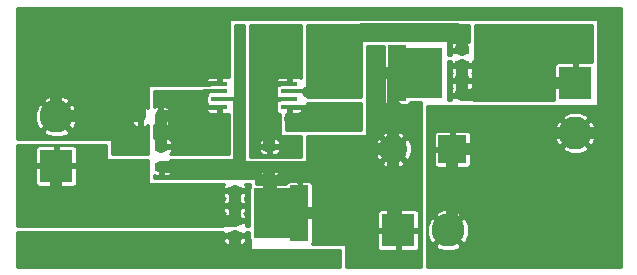
<source format=gbr>
G04 #@! TF.FileFunction,Copper,L1,Top,Signal*
%FSLAX46Y46*%
G04 Gerber Fmt 4.6, Leading zero omitted, Abs format (unit mm)*
G04 Created by KiCad (PCBNEW 4.0.7-e2-6376~58~ubuntu16.04.1) date Mon Feb  5 14:03:47 2018*
%MOMM*%
%LPD*%
G01*
G04 APERTURE LIST*
%ADD10C,0.100000*%
%ADD11R,2.800000X2.800000*%
%ADD12C,2.800000*%
%ADD13R,1.000000X0.670000*%
%ADD14R,2.400000X2.400000*%
%ADD15C,2.400000*%
%ADD16R,0.600000X0.900000*%
%ADD17R,0.900000X0.600000*%
%ADD18R,1.150000X0.700000*%
%ADD19R,1.550000X4.700000*%
%ADD20R,3.300000X4.200000*%
%ADD21R,0.670000X1.000000*%
%ADD22R,1.450000X0.450000*%
%ADD23C,1.000000*%
%ADD24C,1.000000*%
%ADD25C,0.300000*%
%ADD26C,0.254000*%
G04 APERTURE END LIST*
D10*
D11*
X164592000Y-74422000D03*
D12*
X164592000Y-78622000D03*
D13*
X138684000Y-79784000D03*
X138684000Y-81534000D03*
D14*
X154178000Y-80010000D03*
D15*
X149178000Y-80010000D03*
D11*
X120650000Y-81416000D03*
D12*
X120650000Y-77216000D03*
D11*
X149606000Y-86868000D03*
D12*
X153806000Y-86868000D03*
D16*
X151980000Y-74676000D03*
X152830000Y-74676000D03*
X151130000Y-74676000D03*
X151980000Y-72376000D03*
X152830000Y-72376000D03*
X151130000Y-72376000D03*
X151130000Y-73526000D03*
X152830000Y-73526000D03*
D17*
X149280000Y-75406000D03*
X149280000Y-71646000D03*
X149280000Y-74126000D03*
D18*
X155000000Y-74166000D03*
X155000000Y-75436000D03*
X155000000Y-72886000D03*
D19*
X149530000Y-73526000D03*
D20*
X151730000Y-73526000D03*
D18*
X155000000Y-71616000D03*
D17*
X149280000Y-72926000D03*
D16*
X151980000Y-73526000D03*
D21*
X129512000Y-77216000D03*
X127762000Y-77216000D03*
D13*
X129540000Y-79784000D03*
X129540000Y-81534000D03*
D22*
X134464000Y-74463000D03*
X134464000Y-75113000D03*
X134464000Y-75763000D03*
X134464000Y-76413000D03*
X140364000Y-76413000D03*
X140364000Y-75763000D03*
X140364000Y-75113000D03*
X140364000Y-74463000D03*
D16*
X138778000Y-84286000D03*
X137928000Y-84286000D03*
X139628000Y-84286000D03*
X138778000Y-86586000D03*
X137928000Y-86586000D03*
X139628000Y-86586000D03*
X139628000Y-85436000D03*
X137928000Y-85436000D03*
D17*
X141478000Y-83556000D03*
X141478000Y-87316000D03*
X141478000Y-84836000D03*
D18*
X135758000Y-84796000D03*
X135758000Y-83526000D03*
X135758000Y-86076000D03*
D19*
X141228000Y-85436000D03*
D20*
X139028000Y-85436000D03*
D18*
X135758000Y-87346000D03*
D17*
X141478000Y-86036000D03*
D16*
X138778000Y-85436000D03*
D23*
X142748000Y-77470000D03*
X143764000Y-89154000D03*
D24*
X138684000Y-78195000D02*
X138684000Y-79784000D01*
X138684000Y-78195000D02*
X138684000Y-75438000D01*
X138684000Y-75438000D02*
X138938000Y-75184000D01*
D25*
X138938000Y-74864000D02*
X138938000Y-75184000D01*
X138938000Y-75184000D02*
X138938000Y-75417000D01*
X138938000Y-75417000D02*
X139284000Y-75763000D01*
X139284000Y-75763000D02*
X139339000Y-75763000D01*
X139339000Y-75763000D02*
X140364000Y-75763000D01*
X140364000Y-74463000D02*
X139339000Y-74463000D01*
X139339000Y-74463000D02*
X138938000Y-74864000D01*
D24*
X149178000Y-80010000D02*
X149178000Y-77724000D01*
X149178000Y-77724000D02*
X149178000Y-73878000D01*
X147574000Y-76708000D02*
X148590000Y-77724000D01*
X148590000Y-77724000D02*
X149178000Y-77724000D01*
X147574000Y-73914000D02*
X147574000Y-76708000D01*
X147962000Y-73526000D02*
X147574000Y-73914000D01*
X151980000Y-73526000D02*
X147962000Y-73526000D01*
X149178000Y-73878000D02*
X149530000Y-73526000D01*
X144180000Y-85436000D02*
X144780000Y-84836000D01*
X144780000Y-84836000D02*
X144780000Y-81534000D01*
X141228000Y-85436000D02*
X144180000Y-85436000D01*
X138684000Y-81534000D02*
X144780000Y-81534000D01*
X144780000Y-81534000D02*
X146304000Y-80010000D01*
X146304000Y-80010000D02*
X146812000Y-80010000D01*
X146812000Y-80010000D02*
X149178000Y-80010000D01*
X138684000Y-81534000D02*
X138684000Y-85092000D01*
X138684000Y-85092000D02*
X139028000Y-85436000D01*
X139028000Y-85436000D02*
X141228000Y-85436000D01*
X151980000Y-73526000D02*
X149530000Y-73526000D01*
X138684000Y-81534000D02*
X136144000Y-81534000D01*
X136144000Y-81534000D02*
X132842000Y-81534000D01*
X136144000Y-78232000D02*
X136144000Y-81534000D01*
X149178000Y-80010000D02*
X149178000Y-86440000D01*
X149178000Y-86440000D02*
X149606000Y-86868000D01*
X132842000Y-81534000D02*
X129540000Y-81534000D01*
D25*
X134464000Y-75763000D02*
X136144000Y-75763000D01*
D24*
X136144000Y-78232000D02*
X136144000Y-75763000D01*
X127762000Y-77216000D02*
X127762000Y-74168000D01*
X127762000Y-74168000D02*
X130556000Y-74168000D01*
X130556000Y-74168000D02*
X132588000Y-74168000D01*
X120650000Y-77216000D02*
X120650000Y-73660000D01*
X120650000Y-73660000D02*
X125730000Y-68580000D01*
X125730000Y-68580000D02*
X167386000Y-68580000D01*
X167386000Y-68580000D02*
X167386000Y-78232000D01*
X167386000Y-78232000D02*
X166996000Y-78622000D01*
X166996000Y-78622000D02*
X164592000Y-78622000D01*
X157480000Y-80010000D02*
X158868000Y-78622000D01*
X158868000Y-78622000D02*
X164592000Y-78622000D01*
X154178000Y-80010000D02*
X157480000Y-80010000D01*
X154178000Y-80010000D02*
X154178000Y-86496000D01*
X154178000Y-86496000D02*
X153806000Y-86868000D01*
D25*
X132588000Y-74168000D02*
X132883000Y-74463000D01*
X132883000Y-74463000D02*
X134464000Y-74463000D01*
D24*
X127762000Y-77216000D02*
X120650000Y-77216000D01*
X155000000Y-71616000D02*
X155000000Y-70266000D01*
X155000000Y-70266000D02*
X154584000Y-69850000D01*
X154584000Y-69850000D02*
X146558000Y-69850000D01*
X146558000Y-69850000D02*
X144526000Y-71882000D01*
X144526000Y-71882000D02*
X144526000Y-74168000D01*
X144526000Y-74168000D02*
X143510000Y-75184000D01*
X143510000Y-75184000D02*
X141986000Y-75184000D01*
D25*
X141986000Y-75184000D02*
X141915000Y-75113000D01*
X141915000Y-75113000D02*
X140364000Y-75113000D01*
D24*
X129512000Y-77216000D02*
X130847000Y-77216000D01*
X130847000Y-77216000D02*
X132371000Y-75692000D01*
X132371000Y-75692000D02*
X132588000Y-75692000D01*
D25*
X132588000Y-75692000D02*
X133309000Y-76413000D01*
X133309000Y-76413000D02*
X134464000Y-76413000D01*
X132588000Y-75692000D02*
X133167000Y-75113000D01*
X133167000Y-75113000D02*
X134464000Y-75113000D01*
D24*
X129512000Y-77216000D02*
X129512000Y-79756000D01*
X129512000Y-79756000D02*
X129540000Y-79784000D01*
X164592000Y-74422000D02*
X157589000Y-74422000D01*
X157589000Y-74422000D02*
X156575000Y-75436000D01*
X156575000Y-75436000D02*
X155000000Y-75436000D01*
X155000000Y-74166000D02*
X155000000Y-72886000D01*
X155000000Y-75436000D02*
X155000000Y-74166000D01*
X135758000Y-86076000D02*
X121382000Y-86076000D01*
X121382000Y-86076000D02*
X120650000Y-85344000D01*
X120650000Y-85344000D02*
X120650000Y-81416000D01*
X135758000Y-84796000D02*
X135758000Y-83526000D01*
X135758000Y-86076000D02*
X135758000Y-84796000D01*
X120768000Y-81534000D02*
X120650000Y-81416000D01*
X135758000Y-87346000D02*
X135758000Y-88696000D01*
X135758000Y-88696000D02*
X136216000Y-89154000D01*
X136216000Y-89154000D02*
X137791000Y-89154000D01*
X140462000Y-77470000D02*
X142748000Y-77470000D01*
D25*
X140364000Y-76413000D02*
X140364000Y-77372000D01*
D24*
X137791000Y-89154000D02*
X143764000Y-89154000D01*
D26*
G36*
X168454000Y-89968000D02*
X152019000Y-89968000D01*
X152019000Y-88171162D01*
X152682443Y-88171162D01*
X152844005Y-88408139D01*
X153506618Y-88659042D01*
X154214810Y-88637276D01*
X154767995Y-88408139D01*
X154929557Y-88171162D01*
X153806000Y-87047605D01*
X152682443Y-88171162D01*
X152019000Y-88171162D01*
X152019000Y-86700131D01*
X152036724Y-87276810D01*
X152265861Y-87829995D01*
X152502838Y-87991557D01*
X153626395Y-86868000D01*
X153985605Y-86868000D01*
X155109162Y-87991557D01*
X155346139Y-87829995D01*
X155597042Y-87167382D01*
X155575276Y-86459190D01*
X155346139Y-85906005D01*
X155109162Y-85744443D01*
X153985605Y-86868000D01*
X153626395Y-86868000D01*
X152502838Y-85744443D01*
X152265861Y-85906005D01*
X152019000Y-86557943D01*
X152019000Y-85564838D01*
X152682443Y-85564838D01*
X153806000Y-86688395D01*
X154929557Y-85564838D01*
X154767995Y-85327861D01*
X154105382Y-85076958D01*
X153397190Y-85098724D01*
X152844005Y-85327861D01*
X152682443Y-85564838D01*
X152019000Y-85564838D01*
X152019000Y-80232250D01*
X152597000Y-80232250D01*
X152597000Y-81285785D01*
X152655004Y-81425819D01*
X152762180Y-81532996D01*
X152902214Y-81591000D01*
X153955750Y-81591000D01*
X154051000Y-81495750D01*
X154051000Y-80137000D01*
X154305000Y-80137000D01*
X154305000Y-81495750D01*
X154400250Y-81591000D01*
X155453786Y-81591000D01*
X155593820Y-81532996D01*
X155700996Y-81425819D01*
X155759000Y-81285785D01*
X155759000Y-80232250D01*
X155663750Y-80137000D01*
X154305000Y-80137000D01*
X154051000Y-80137000D01*
X152692250Y-80137000D01*
X152597000Y-80232250D01*
X152019000Y-80232250D01*
X152019000Y-79925162D01*
X163468443Y-79925162D01*
X163630005Y-80162139D01*
X164292618Y-80413042D01*
X165000810Y-80391276D01*
X165553995Y-80162139D01*
X165715557Y-79925162D01*
X164592000Y-78801605D01*
X163468443Y-79925162D01*
X152019000Y-79925162D01*
X152019000Y-78734215D01*
X152597000Y-78734215D01*
X152597000Y-79787750D01*
X152692250Y-79883000D01*
X154051000Y-79883000D01*
X154051000Y-78524250D01*
X154305000Y-78524250D01*
X154305000Y-79883000D01*
X155663750Y-79883000D01*
X155759000Y-79787750D01*
X155759000Y-78734215D01*
X155700996Y-78594181D01*
X155593820Y-78487004D01*
X155453786Y-78429000D01*
X154400250Y-78429000D01*
X154305000Y-78524250D01*
X154051000Y-78524250D01*
X153955750Y-78429000D01*
X152902214Y-78429000D01*
X152762180Y-78487004D01*
X152655004Y-78594181D01*
X152597000Y-78734215D01*
X152019000Y-78734215D01*
X152019000Y-78322618D01*
X162800958Y-78322618D01*
X162822724Y-79030810D01*
X163051861Y-79583995D01*
X163288838Y-79745557D01*
X164412395Y-78622000D01*
X164771605Y-78622000D01*
X165895162Y-79745557D01*
X166132139Y-79583995D01*
X166383042Y-78921382D01*
X166361276Y-78213190D01*
X166132139Y-77660005D01*
X165895162Y-77498443D01*
X164771605Y-78622000D01*
X164412395Y-78622000D01*
X163288838Y-77498443D01*
X163051861Y-77660005D01*
X162800958Y-78322618D01*
X152019000Y-78322618D01*
X152019000Y-77318838D01*
X163468443Y-77318838D01*
X164592000Y-78442395D01*
X165715557Y-77318838D01*
X165553995Y-77081861D01*
X164891382Y-76830958D01*
X164183190Y-76852724D01*
X163630005Y-77081861D01*
X163468443Y-77318838D01*
X152019000Y-77318838D01*
X152019000Y-76315501D01*
X166369898Y-76327000D01*
X166419316Y-76317034D01*
X166460964Y-76288626D01*
X166488278Y-76246254D01*
X166497000Y-76200000D01*
X166497000Y-69088000D01*
X166486994Y-69038590D01*
X166458553Y-68996965D01*
X166416159Y-68969685D01*
X166372899Y-68961033D01*
X165864899Y-68949432D01*
X165862000Y-68949399D01*
X135382000Y-68949399D01*
X135332590Y-68959405D01*
X135290965Y-68987846D01*
X135263685Y-69030240D01*
X135255000Y-69076399D01*
X135255000Y-73857000D01*
X134686250Y-73857000D01*
X134591000Y-73952250D01*
X134591000Y-74350500D01*
X134611000Y-74350500D01*
X134611000Y-74499536D01*
X133739000Y-74499536D01*
X133597810Y-74526103D01*
X133580255Y-74537399D01*
X129540000Y-74537399D01*
X129538550Y-74537407D01*
X128522550Y-74549008D01*
X128473257Y-74559578D01*
X128431960Y-74588492D01*
X128405166Y-74631195D01*
X128397000Y-74676000D01*
X128397000Y-76477185D01*
X128312820Y-76393004D01*
X128172786Y-76335000D01*
X127984250Y-76335000D01*
X127889000Y-76430250D01*
X127889000Y-77089000D01*
X127909000Y-77089000D01*
X127909000Y-77343000D01*
X127889000Y-77343000D01*
X127889000Y-78001750D01*
X127984250Y-78097000D01*
X128172786Y-78097000D01*
X128312820Y-78038996D01*
X128397000Y-77954815D01*
X128397000Y-80402154D01*
X125349000Y-80391446D01*
X125349000Y-79236399D01*
X125338994Y-79186989D01*
X125310553Y-79145364D01*
X125268159Y-79118084D01*
X125222000Y-79109399D01*
X117296000Y-79109399D01*
X117296000Y-78519162D01*
X119526443Y-78519162D01*
X119688005Y-78756139D01*
X120350618Y-79007042D01*
X121058810Y-78985276D01*
X121611995Y-78756139D01*
X121773557Y-78519162D01*
X120650000Y-77395605D01*
X119526443Y-78519162D01*
X117296000Y-78519162D01*
X117296000Y-76916618D01*
X118858958Y-76916618D01*
X118880724Y-77624810D01*
X119109861Y-78177995D01*
X119346838Y-78339557D01*
X120470395Y-77216000D01*
X120829605Y-77216000D01*
X121953162Y-78339557D01*
X122190139Y-78177995D01*
X122441042Y-77515382D01*
X122438672Y-77438250D01*
X127046000Y-77438250D01*
X127046000Y-77791785D01*
X127104004Y-77931819D01*
X127211180Y-78038996D01*
X127351214Y-78097000D01*
X127539750Y-78097000D01*
X127635000Y-78001750D01*
X127635000Y-77343000D01*
X127141250Y-77343000D01*
X127046000Y-77438250D01*
X122438672Y-77438250D01*
X122419276Y-76807190D01*
X122350113Y-76640215D01*
X127046000Y-76640215D01*
X127046000Y-76993750D01*
X127141250Y-77089000D01*
X127635000Y-77089000D01*
X127635000Y-76430250D01*
X127539750Y-76335000D01*
X127351214Y-76335000D01*
X127211180Y-76393004D01*
X127104004Y-76500181D01*
X127046000Y-76640215D01*
X122350113Y-76640215D01*
X122190139Y-76254005D01*
X121953162Y-76092443D01*
X120829605Y-77216000D01*
X120470395Y-77216000D01*
X119346838Y-76092443D01*
X119109861Y-76254005D01*
X118858958Y-76916618D01*
X117296000Y-76916618D01*
X117296000Y-75912838D01*
X119526443Y-75912838D01*
X120650000Y-77036395D01*
X121773557Y-75912838D01*
X121611995Y-75675861D01*
X120949382Y-75424958D01*
X120241190Y-75446724D01*
X119688005Y-75675861D01*
X119526443Y-75912838D01*
X117296000Y-75912838D01*
X117296000Y-74162215D01*
X133358000Y-74162215D01*
X133358000Y-74255250D01*
X133453250Y-74350500D01*
X134337000Y-74350500D01*
X134337000Y-73952250D01*
X134241750Y-73857000D01*
X133663214Y-73857000D01*
X133523180Y-73915004D01*
X133416004Y-74022181D01*
X133358000Y-74162215D01*
X117296000Y-74162215D01*
X117296000Y-68020000D01*
X168454000Y-68020000D01*
X168454000Y-89968000D01*
X168454000Y-89968000D01*
G37*
X168454000Y-89968000D02*
X152019000Y-89968000D01*
X152019000Y-88171162D01*
X152682443Y-88171162D01*
X152844005Y-88408139D01*
X153506618Y-88659042D01*
X154214810Y-88637276D01*
X154767995Y-88408139D01*
X154929557Y-88171162D01*
X153806000Y-87047605D01*
X152682443Y-88171162D01*
X152019000Y-88171162D01*
X152019000Y-86700131D01*
X152036724Y-87276810D01*
X152265861Y-87829995D01*
X152502838Y-87991557D01*
X153626395Y-86868000D01*
X153985605Y-86868000D01*
X155109162Y-87991557D01*
X155346139Y-87829995D01*
X155597042Y-87167382D01*
X155575276Y-86459190D01*
X155346139Y-85906005D01*
X155109162Y-85744443D01*
X153985605Y-86868000D01*
X153626395Y-86868000D01*
X152502838Y-85744443D01*
X152265861Y-85906005D01*
X152019000Y-86557943D01*
X152019000Y-85564838D01*
X152682443Y-85564838D01*
X153806000Y-86688395D01*
X154929557Y-85564838D01*
X154767995Y-85327861D01*
X154105382Y-85076958D01*
X153397190Y-85098724D01*
X152844005Y-85327861D01*
X152682443Y-85564838D01*
X152019000Y-85564838D01*
X152019000Y-80232250D01*
X152597000Y-80232250D01*
X152597000Y-81285785D01*
X152655004Y-81425819D01*
X152762180Y-81532996D01*
X152902214Y-81591000D01*
X153955750Y-81591000D01*
X154051000Y-81495750D01*
X154051000Y-80137000D01*
X154305000Y-80137000D01*
X154305000Y-81495750D01*
X154400250Y-81591000D01*
X155453786Y-81591000D01*
X155593820Y-81532996D01*
X155700996Y-81425819D01*
X155759000Y-81285785D01*
X155759000Y-80232250D01*
X155663750Y-80137000D01*
X154305000Y-80137000D01*
X154051000Y-80137000D01*
X152692250Y-80137000D01*
X152597000Y-80232250D01*
X152019000Y-80232250D01*
X152019000Y-79925162D01*
X163468443Y-79925162D01*
X163630005Y-80162139D01*
X164292618Y-80413042D01*
X165000810Y-80391276D01*
X165553995Y-80162139D01*
X165715557Y-79925162D01*
X164592000Y-78801605D01*
X163468443Y-79925162D01*
X152019000Y-79925162D01*
X152019000Y-78734215D01*
X152597000Y-78734215D01*
X152597000Y-79787750D01*
X152692250Y-79883000D01*
X154051000Y-79883000D01*
X154051000Y-78524250D01*
X154305000Y-78524250D01*
X154305000Y-79883000D01*
X155663750Y-79883000D01*
X155759000Y-79787750D01*
X155759000Y-78734215D01*
X155700996Y-78594181D01*
X155593820Y-78487004D01*
X155453786Y-78429000D01*
X154400250Y-78429000D01*
X154305000Y-78524250D01*
X154051000Y-78524250D01*
X153955750Y-78429000D01*
X152902214Y-78429000D01*
X152762180Y-78487004D01*
X152655004Y-78594181D01*
X152597000Y-78734215D01*
X152019000Y-78734215D01*
X152019000Y-78322618D01*
X162800958Y-78322618D01*
X162822724Y-79030810D01*
X163051861Y-79583995D01*
X163288838Y-79745557D01*
X164412395Y-78622000D01*
X164771605Y-78622000D01*
X165895162Y-79745557D01*
X166132139Y-79583995D01*
X166383042Y-78921382D01*
X166361276Y-78213190D01*
X166132139Y-77660005D01*
X165895162Y-77498443D01*
X164771605Y-78622000D01*
X164412395Y-78622000D01*
X163288838Y-77498443D01*
X163051861Y-77660005D01*
X162800958Y-78322618D01*
X152019000Y-78322618D01*
X152019000Y-77318838D01*
X163468443Y-77318838D01*
X164592000Y-78442395D01*
X165715557Y-77318838D01*
X165553995Y-77081861D01*
X164891382Y-76830958D01*
X164183190Y-76852724D01*
X163630005Y-77081861D01*
X163468443Y-77318838D01*
X152019000Y-77318838D01*
X152019000Y-76315501D01*
X166369898Y-76327000D01*
X166419316Y-76317034D01*
X166460964Y-76288626D01*
X166488278Y-76246254D01*
X166497000Y-76200000D01*
X166497000Y-69088000D01*
X166486994Y-69038590D01*
X166458553Y-68996965D01*
X166416159Y-68969685D01*
X166372899Y-68961033D01*
X165864899Y-68949432D01*
X165862000Y-68949399D01*
X135382000Y-68949399D01*
X135332590Y-68959405D01*
X135290965Y-68987846D01*
X135263685Y-69030240D01*
X135255000Y-69076399D01*
X135255000Y-73857000D01*
X134686250Y-73857000D01*
X134591000Y-73952250D01*
X134591000Y-74350500D01*
X134611000Y-74350500D01*
X134611000Y-74499536D01*
X133739000Y-74499536D01*
X133597810Y-74526103D01*
X133580255Y-74537399D01*
X129540000Y-74537399D01*
X129538550Y-74537407D01*
X128522550Y-74549008D01*
X128473257Y-74559578D01*
X128431960Y-74588492D01*
X128405166Y-74631195D01*
X128397000Y-74676000D01*
X128397000Y-76477185D01*
X128312820Y-76393004D01*
X128172786Y-76335000D01*
X127984250Y-76335000D01*
X127889000Y-76430250D01*
X127889000Y-77089000D01*
X127909000Y-77089000D01*
X127909000Y-77343000D01*
X127889000Y-77343000D01*
X127889000Y-78001750D01*
X127984250Y-78097000D01*
X128172786Y-78097000D01*
X128312820Y-78038996D01*
X128397000Y-77954815D01*
X128397000Y-80402154D01*
X125349000Y-80391446D01*
X125349000Y-79236399D01*
X125338994Y-79186989D01*
X125310553Y-79145364D01*
X125268159Y-79118084D01*
X125222000Y-79109399D01*
X117296000Y-79109399D01*
X117296000Y-78519162D01*
X119526443Y-78519162D01*
X119688005Y-78756139D01*
X120350618Y-79007042D01*
X121058810Y-78985276D01*
X121611995Y-78756139D01*
X121773557Y-78519162D01*
X120650000Y-77395605D01*
X119526443Y-78519162D01*
X117296000Y-78519162D01*
X117296000Y-76916618D01*
X118858958Y-76916618D01*
X118880724Y-77624810D01*
X119109861Y-78177995D01*
X119346838Y-78339557D01*
X120470395Y-77216000D01*
X120829605Y-77216000D01*
X121953162Y-78339557D01*
X122190139Y-78177995D01*
X122441042Y-77515382D01*
X122438672Y-77438250D01*
X127046000Y-77438250D01*
X127046000Y-77791785D01*
X127104004Y-77931819D01*
X127211180Y-78038996D01*
X127351214Y-78097000D01*
X127539750Y-78097000D01*
X127635000Y-78001750D01*
X127635000Y-77343000D01*
X127141250Y-77343000D01*
X127046000Y-77438250D01*
X122438672Y-77438250D01*
X122419276Y-76807190D01*
X122350113Y-76640215D01*
X127046000Y-76640215D01*
X127046000Y-76993750D01*
X127141250Y-77089000D01*
X127635000Y-77089000D01*
X127635000Y-76430250D01*
X127539750Y-76335000D01*
X127351214Y-76335000D01*
X127211180Y-76393004D01*
X127104004Y-76500181D01*
X127046000Y-76640215D01*
X122350113Y-76640215D01*
X122190139Y-76254005D01*
X121953162Y-76092443D01*
X120829605Y-77216000D01*
X120470395Y-77216000D01*
X119346838Y-76092443D01*
X119109861Y-76254005D01*
X118858958Y-76916618D01*
X117296000Y-76916618D01*
X117296000Y-75912838D01*
X119526443Y-75912838D01*
X120650000Y-77036395D01*
X121773557Y-75912838D01*
X121611995Y-75675861D01*
X120949382Y-75424958D01*
X120241190Y-75446724D01*
X119688005Y-75675861D01*
X119526443Y-75912838D01*
X117296000Y-75912838D01*
X117296000Y-74162215D01*
X133358000Y-74162215D01*
X133358000Y-74255250D01*
X133453250Y-74350500D01*
X134337000Y-74350500D01*
X134337000Y-73952250D01*
X134241750Y-73857000D01*
X133663214Y-73857000D01*
X133523180Y-73915004D01*
X133416004Y-74022181D01*
X133358000Y-74162215D01*
X117296000Y-74162215D01*
X117296000Y-68020000D01*
X168454000Y-68020000D01*
X168454000Y-89968000D01*
G36*
X165989000Y-72641000D02*
X164814250Y-72641000D01*
X164719000Y-72736250D01*
X164719000Y-74295000D01*
X164739000Y-74295000D01*
X164739000Y-74549000D01*
X164719000Y-74549000D01*
X164719000Y-74569000D01*
X164465000Y-74569000D01*
X164465000Y-74549000D01*
X162906250Y-74549000D01*
X162811000Y-74644250D01*
X162811000Y-75819000D01*
X155956000Y-75819000D01*
X155956000Y-75658250D01*
X155860750Y-75563000D01*
X155127000Y-75563000D01*
X155127000Y-75583000D01*
X154873000Y-75583000D01*
X154873000Y-75563000D01*
X154139250Y-75563000D01*
X154044000Y-75658250D01*
X154044000Y-75819000D01*
X153797000Y-75819000D01*
X153797000Y-74388250D01*
X154044000Y-74388250D01*
X154044000Y-74591786D01*
X154102004Y-74731820D01*
X154171185Y-74801000D01*
X154102004Y-74870180D01*
X154044000Y-75010214D01*
X154044000Y-75213750D01*
X154139250Y-75309000D01*
X154873000Y-75309000D01*
X154873000Y-74293000D01*
X155127000Y-74293000D01*
X155127000Y-75309000D01*
X155860750Y-75309000D01*
X155956000Y-75213750D01*
X155956000Y-75010214D01*
X155897996Y-74870180D01*
X155828815Y-74801000D01*
X155897996Y-74731820D01*
X155956000Y-74591786D01*
X155956000Y-74388250D01*
X155860750Y-74293000D01*
X155127000Y-74293000D01*
X154873000Y-74293000D01*
X154139250Y-74293000D01*
X154044000Y-74388250D01*
X153797000Y-74388250D01*
X153797000Y-73108250D01*
X154044000Y-73108250D01*
X154044000Y-73311786D01*
X154102004Y-73451820D01*
X154176185Y-73526000D01*
X154102004Y-73600180D01*
X154044000Y-73740214D01*
X154044000Y-73943750D01*
X154139250Y-74039000D01*
X154873000Y-74039000D01*
X154873000Y-73530250D01*
X154868750Y-73526000D01*
X154873000Y-73521750D01*
X154873000Y-73013000D01*
X155127000Y-73013000D01*
X155127000Y-73521750D01*
X155131250Y-73526000D01*
X155127000Y-73530250D01*
X155127000Y-74039000D01*
X155860750Y-74039000D01*
X155956000Y-73943750D01*
X155956000Y-73740214D01*
X155897996Y-73600180D01*
X155823815Y-73526000D01*
X155897996Y-73451820D01*
X155956000Y-73311786D01*
X155956000Y-73108250D01*
X155860750Y-73013000D01*
X155127000Y-73013000D01*
X154873000Y-73013000D01*
X154139250Y-73013000D01*
X154044000Y-73108250D01*
X153797000Y-73108250D01*
X153797000Y-72946215D01*
X162811000Y-72946215D01*
X162811000Y-74199750D01*
X162906250Y-74295000D01*
X164465000Y-74295000D01*
X164465000Y-72736250D01*
X164369750Y-72641000D01*
X163116214Y-72641000D01*
X162976180Y-72699004D01*
X162869004Y-72806181D01*
X162811000Y-72946215D01*
X153797000Y-72946215D01*
X153797000Y-72517000D01*
X154044000Y-72517000D01*
X154044000Y-72663750D01*
X154139250Y-72759000D01*
X154873000Y-72759000D01*
X154873000Y-72739000D01*
X155127000Y-72739000D01*
X155127000Y-72759000D01*
X155860750Y-72759000D01*
X155956000Y-72663750D01*
X155956000Y-72517000D01*
X156005410Y-72506994D01*
X156047035Y-72478553D01*
X156074315Y-72436159D01*
X156083000Y-72390000D01*
X156083000Y-69469000D01*
X165989000Y-69469000D01*
X165989000Y-72641000D01*
X165989000Y-72641000D01*
G37*
X165989000Y-72641000D02*
X164814250Y-72641000D01*
X164719000Y-72736250D01*
X164719000Y-74295000D01*
X164739000Y-74295000D01*
X164739000Y-74549000D01*
X164719000Y-74549000D01*
X164719000Y-74569000D01*
X164465000Y-74569000D01*
X164465000Y-74549000D01*
X162906250Y-74549000D01*
X162811000Y-74644250D01*
X162811000Y-75819000D01*
X155956000Y-75819000D01*
X155956000Y-75658250D01*
X155860750Y-75563000D01*
X155127000Y-75563000D01*
X155127000Y-75583000D01*
X154873000Y-75583000D01*
X154873000Y-75563000D01*
X154139250Y-75563000D01*
X154044000Y-75658250D01*
X154044000Y-75819000D01*
X153797000Y-75819000D01*
X153797000Y-74388250D01*
X154044000Y-74388250D01*
X154044000Y-74591786D01*
X154102004Y-74731820D01*
X154171185Y-74801000D01*
X154102004Y-74870180D01*
X154044000Y-75010214D01*
X154044000Y-75213750D01*
X154139250Y-75309000D01*
X154873000Y-75309000D01*
X154873000Y-74293000D01*
X155127000Y-74293000D01*
X155127000Y-75309000D01*
X155860750Y-75309000D01*
X155956000Y-75213750D01*
X155956000Y-75010214D01*
X155897996Y-74870180D01*
X155828815Y-74801000D01*
X155897996Y-74731820D01*
X155956000Y-74591786D01*
X155956000Y-74388250D01*
X155860750Y-74293000D01*
X155127000Y-74293000D01*
X154873000Y-74293000D01*
X154139250Y-74293000D01*
X154044000Y-74388250D01*
X153797000Y-74388250D01*
X153797000Y-73108250D01*
X154044000Y-73108250D01*
X154044000Y-73311786D01*
X154102004Y-73451820D01*
X154176185Y-73526000D01*
X154102004Y-73600180D01*
X154044000Y-73740214D01*
X154044000Y-73943750D01*
X154139250Y-74039000D01*
X154873000Y-74039000D01*
X154873000Y-73530250D01*
X154868750Y-73526000D01*
X154873000Y-73521750D01*
X154873000Y-73013000D01*
X155127000Y-73013000D01*
X155127000Y-73521750D01*
X155131250Y-73526000D01*
X155127000Y-73530250D01*
X155127000Y-74039000D01*
X155860750Y-74039000D01*
X155956000Y-73943750D01*
X155956000Y-73740214D01*
X155897996Y-73600180D01*
X155823815Y-73526000D01*
X155897996Y-73451820D01*
X155956000Y-73311786D01*
X155956000Y-73108250D01*
X155860750Y-73013000D01*
X155127000Y-73013000D01*
X154873000Y-73013000D01*
X154139250Y-73013000D01*
X154044000Y-73108250D01*
X153797000Y-73108250D01*
X153797000Y-72946215D01*
X162811000Y-72946215D01*
X162811000Y-74199750D01*
X162906250Y-74295000D01*
X164465000Y-74295000D01*
X164465000Y-72736250D01*
X164369750Y-72641000D01*
X163116214Y-72641000D01*
X162976180Y-72699004D01*
X162869004Y-72806181D01*
X162811000Y-72946215D01*
X153797000Y-72946215D01*
X153797000Y-72517000D01*
X154044000Y-72517000D01*
X154044000Y-72663750D01*
X154139250Y-72759000D01*
X154873000Y-72759000D01*
X154873000Y-72739000D01*
X155127000Y-72739000D01*
X155127000Y-72759000D01*
X155860750Y-72759000D01*
X155956000Y-72663750D01*
X155956000Y-72517000D01*
X156005410Y-72506994D01*
X156047035Y-72478553D01*
X156074315Y-72436159D01*
X156083000Y-72390000D01*
X156083000Y-69469000D01*
X165989000Y-69469000D01*
X165989000Y-72641000D01*
G36*
X133477000Y-75225500D02*
X133453250Y-75225500D01*
X133358000Y-75320750D01*
X133358000Y-75413785D01*
X133369881Y-75442469D01*
X133350536Y-75538000D01*
X133350536Y-75988000D01*
X133368939Y-76085805D01*
X133358000Y-76112215D01*
X133358000Y-76205250D01*
X133453250Y-76300500D01*
X133521481Y-76300500D01*
X133587866Y-76345859D01*
X133739000Y-76376464D01*
X134611000Y-76376464D01*
X134611000Y-76525500D01*
X134591000Y-76525500D01*
X134591000Y-76923750D01*
X134686250Y-77019000D01*
X135255000Y-77019000D01*
X135255000Y-80391000D01*
X130306815Y-80391000D01*
X130362996Y-80334820D01*
X130421000Y-80194786D01*
X130421000Y-80006250D01*
X130325750Y-79911000D01*
X129667000Y-79911000D01*
X129667000Y-79931000D01*
X129413000Y-79931000D01*
X129413000Y-79911000D01*
X129393000Y-79911000D01*
X129393000Y-79657000D01*
X129413000Y-79657000D01*
X129413000Y-79163250D01*
X129667000Y-79163250D01*
X129667000Y-79657000D01*
X130325750Y-79657000D01*
X130421000Y-79561750D01*
X130421000Y-79373214D01*
X130362996Y-79233180D01*
X130255819Y-79126004D01*
X130115785Y-79068000D01*
X129762250Y-79068000D01*
X129667000Y-79163250D01*
X129413000Y-79163250D01*
X129317750Y-79068000D01*
X128964215Y-79068000D01*
X128905000Y-79092528D01*
X128905000Y-77982815D01*
X128961180Y-78038996D01*
X129101214Y-78097000D01*
X129289750Y-78097000D01*
X129385000Y-78001750D01*
X129385000Y-77343000D01*
X129639000Y-77343000D01*
X129639000Y-78001750D01*
X129734250Y-78097000D01*
X129922786Y-78097000D01*
X130062820Y-78038996D01*
X130169996Y-77931819D01*
X130228000Y-77791785D01*
X130228000Y-77438250D01*
X130132750Y-77343000D01*
X129639000Y-77343000D01*
X129385000Y-77343000D01*
X129365000Y-77343000D01*
X129365000Y-77089000D01*
X129385000Y-77089000D01*
X129385000Y-76430250D01*
X129639000Y-76430250D01*
X129639000Y-77089000D01*
X130132750Y-77089000D01*
X130228000Y-76993750D01*
X130228000Y-76640215D01*
X130219938Y-76620750D01*
X133358000Y-76620750D01*
X133358000Y-76713785D01*
X133416004Y-76853819D01*
X133523180Y-76960996D01*
X133663214Y-77019000D01*
X134241750Y-77019000D01*
X134337000Y-76923750D01*
X134337000Y-76525500D01*
X133453250Y-76525500D01*
X133358000Y-76620750D01*
X130219938Y-76620750D01*
X130169996Y-76500181D01*
X130062820Y-76393004D01*
X129922786Y-76335000D01*
X129734250Y-76335000D01*
X129639000Y-76430250D01*
X129385000Y-76430250D01*
X129289750Y-76335000D01*
X129101214Y-76335000D01*
X128961180Y-76393004D01*
X128905000Y-76449185D01*
X128905000Y-75057000D01*
X133477000Y-75057000D01*
X133477000Y-75225500D01*
X133477000Y-75225500D01*
G37*
X133477000Y-75225500D02*
X133453250Y-75225500D01*
X133358000Y-75320750D01*
X133358000Y-75413785D01*
X133369881Y-75442469D01*
X133350536Y-75538000D01*
X133350536Y-75988000D01*
X133368939Y-76085805D01*
X133358000Y-76112215D01*
X133358000Y-76205250D01*
X133453250Y-76300500D01*
X133521481Y-76300500D01*
X133587866Y-76345859D01*
X133739000Y-76376464D01*
X134611000Y-76376464D01*
X134611000Y-76525500D01*
X134591000Y-76525500D01*
X134591000Y-76923750D01*
X134686250Y-77019000D01*
X135255000Y-77019000D01*
X135255000Y-80391000D01*
X130306815Y-80391000D01*
X130362996Y-80334820D01*
X130421000Y-80194786D01*
X130421000Y-80006250D01*
X130325750Y-79911000D01*
X129667000Y-79911000D01*
X129667000Y-79931000D01*
X129413000Y-79931000D01*
X129413000Y-79911000D01*
X129393000Y-79911000D01*
X129393000Y-79657000D01*
X129413000Y-79657000D01*
X129413000Y-79163250D01*
X129667000Y-79163250D01*
X129667000Y-79657000D01*
X130325750Y-79657000D01*
X130421000Y-79561750D01*
X130421000Y-79373214D01*
X130362996Y-79233180D01*
X130255819Y-79126004D01*
X130115785Y-79068000D01*
X129762250Y-79068000D01*
X129667000Y-79163250D01*
X129413000Y-79163250D01*
X129317750Y-79068000D01*
X128964215Y-79068000D01*
X128905000Y-79092528D01*
X128905000Y-77982815D01*
X128961180Y-78038996D01*
X129101214Y-78097000D01*
X129289750Y-78097000D01*
X129385000Y-78001750D01*
X129385000Y-77343000D01*
X129639000Y-77343000D01*
X129639000Y-78001750D01*
X129734250Y-78097000D01*
X129922786Y-78097000D01*
X130062820Y-78038996D01*
X130169996Y-77931819D01*
X130228000Y-77791785D01*
X130228000Y-77438250D01*
X130132750Y-77343000D01*
X129639000Y-77343000D01*
X129385000Y-77343000D01*
X129365000Y-77343000D01*
X129365000Y-77089000D01*
X129385000Y-77089000D01*
X129385000Y-76430250D01*
X129639000Y-76430250D01*
X129639000Y-77089000D01*
X130132750Y-77089000D01*
X130228000Y-76993750D01*
X130228000Y-76640215D01*
X130219938Y-76620750D01*
X133358000Y-76620750D01*
X133358000Y-76713785D01*
X133416004Y-76853819D01*
X133523180Y-76960996D01*
X133663214Y-77019000D01*
X134241750Y-77019000D01*
X134337000Y-76923750D01*
X134337000Y-76525500D01*
X133453250Y-76525500D01*
X133358000Y-76620750D01*
X130219938Y-76620750D01*
X130169996Y-76500181D01*
X130062820Y-76393004D01*
X129922786Y-76335000D01*
X129734250Y-76335000D01*
X129639000Y-76430250D01*
X129385000Y-76430250D01*
X129289750Y-76335000D01*
X129101214Y-76335000D01*
X128961180Y-76393004D01*
X128905000Y-76449185D01*
X128905000Y-75057000D01*
X133477000Y-75057000D01*
X133477000Y-75225500D01*
G36*
X141351000Y-73961184D02*
X141304820Y-73915004D01*
X141164786Y-73857000D01*
X140586250Y-73857000D01*
X140491000Y-73952250D01*
X140491000Y-74350500D01*
X140511000Y-74350500D01*
X140511000Y-74499536D01*
X139639000Y-74499536D01*
X139497810Y-74526103D01*
X139421044Y-74575500D01*
X139353250Y-74575500D01*
X139258000Y-74670750D01*
X139258000Y-74763785D01*
X139269881Y-74792469D01*
X139250536Y-74888000D01*
X139250536Y-75338000D01*
X139268939Y-75435805D01*
X139258000Y-75462215D01*
X139258000Y-75555250D01*
X139353250Y-75650500D01*
X139421481Y-75650500D01*
X139487866Y-75695859D01*
X139573000Y-75713099D01*
X139573000Y-75811955D01*
X139497810Y-75826103D01*
X139421044Y-75875500D01*
X139353250Y-75875500D01*
X139258000Y-75970750D01*
X139258000Y-76063785D01*
X139269881Y-76092469D01*
X139250536Y-76188000D01*
X139250536Y-76638000D01*
X139277103Y-76779190D01*
X139360546Y-76908865D01*
X139487866Y-76995859D01*
X139573000Y-77013099D01*
X139573000Y-78740000D01*
X139583006Y-78789410D01*
X139611447Y-78831035D01*
X139653841Y-78858315D01*
X139700000Y-78867000D01*
X141351000Y-78867000D01*
X141351000Y-80645000D01*
X137033000Y-80645000D01*
X137033000Y-80006250D01*
X137803000Y-80006250D01*
X137803000Y-80194786D01*
X137861004Y-80334820D01*
X137968181Y-80441996D01*
X138108215Y-80500000D01*
X138461750Y-80500000D01*
X138557000Y-80404750D01*
X138557000Y-79911000D01*
X138811000Y-79911000D01*
X138811000Y-80404750D01*
X138906250Y-80500000D01*
X139259785Y-80500000D01*
X139399819Y-80441996D01*
X139506996Y-80334820D01*
X139565000Y-80194786D01*
X139565000Y-80006250D01*
X139469750Y-79911000D01*
X138811000Y-79911000D01*
X138557000Y-79911000D01*
X137898250Y-79911000D01*
X137803000Y-80006250D01*
X137033000Y-80006250D01*
X137033000Y-79373214D01*
X137803000Y-79373214D01*
X137803000Y-79561750D01*
X137898250Y-79657000D01*
X138557000Y-79657000D01*
X138557000Y-79163250D01*
X138811000Y-79163250D01*
X138811000Y-79657000D01*
X139469750Y-79657000D01*
X139565000Y-79561750D01*
X139565000Y-79373214D01*
X139506996Y-79233180D01*
X139399819Y-79126004D01*
X139259785Y-79068000D01*
X138906250Y-79068000D01*
X138811000Y-79163250D01*
X138557000Y-79163250D01*
X138461750Y-79068000D01*
X138108215Y-79068000D01*
X137968181Y-79126004D01*
X137861004Y-79233180D01*
X137803000Y-79373214D01*
X137033000Y-79373214D01*
X137033000Y-74162215D01*
X139258000Y-74162215D01*
X139258000Y-74255250D01*
X139353250Y-74350500D01*
X140237000Y-74350500D01*
X140237000Y-73952250D01*
X140141750Y-73857000D01*
X139563214Y-73857000D01*
X139423180Y-73915004D01*
X139316004Y-74022181D01*
X139258000Y-74162215D01*
X137033000Y-74162215D01*
X137033000Y-69469000D01*
X141351000Y-69469000D01*
X141351000Y-73961184D01*
X141351000Y-73961184D01*
G37*
X141351000Y-73961184D02*
X141304820Y-73915004D01*
X141164786Y-73857000D01*
X140586250Y-73857000D01*
X140491000Y-73952250D01*
X140491000Y-74350500D01*
X140511000Y-74350500D01*
X140511000Y-74499536D01*
X139639000Y-74499536D01*
X139497810Y-74526103D01*
X139421044Y-74575500D01*
X139353250Y-74575500D01*
X139258000Y-74670750D01*
X139258000Y-74763785D01*
X139269881Y-74792469D01*
X139250536Y-74888000D01*
X139250536Y-75338000D01*
X139268939Y-75435805D01*
X139258000Y-75462215D01*
X139258000Y-75555250D01*
X139353250Y-75650500D01*
X139421481Y-75650500D01*
X139487866Y-75695859D01*
X139573000Y-75713099D01*
X139573000Y-75811955D01*
X139497810Y-75826103D01*
X139421044Y-75875500D01*
X139353250Y-75875500D01*
X139258000Y-75970750D01*
X139258000Y-76063785D01*
X139269881Y-76092469D01*
X139250536Y-76188000D01*
X139250536Y-76638000D01*
X139277103Y-76779190D01*
X139360546Y-76908865D01*
X139487866Y-76995859D01*
X139573000Y-77013099D01*
X139573000Y-78740000D01*
X139583006Y-78789410D01*
X139611447Y-78831035D01*
X139653841Y-78858315D01*
X139700000Y-78867000D01*
X141351000Y-78867000D01*
X141351000Y-80645000D01*
X137033000Y-80645000D01*
X137033000Y-80006250D01*
X137803000Y-80006250D01*
X137803000Y-80194786D01*
X137861004Y-80334820D01*
X137968181Y-80441996D01*
X138108215Y-80500000D01*
X138461750Y-80500000D01*
X138557000Y-80404750D01*
X138557000Y-79911000D01*
X138811000Y-79911000D01*
X138811000Y-80404750D01*
X138906250Y-80500000D01*
X139259785Y-80500000D01*
X139399819Y-80441996D01*
X139506996Y-80334820D01*
X139565000Y-80194786D01*
X139565000Y-80006250D01*
X139469750Y-79911000D01*
X138811000Y-79911000D01*
X138557000Y-79911000D01*
X137898250Y-79911000D01*
X137803000Y-80006250D01*
X137033000Y-80006250D01*
X137033000Y-79373214D01*
X137803000Y-79373214D01*
X137803000Y-79561750D01*
X137898250Y-79657000D01*
X138557000Y-79657000D01*
X138557000Y-79163250D01*
X138811000Y-79163250D01*
X138811000Y-79657000D01*
X139469750Y-79657000D01*
X139565000Y-79561750D01*
X139565000Y-79373214D01*
X139506996Y-79233180D01*
X139399819Y-79126004D01*
X139259785Y-79068000D01*
X138906250Y-79068000D01*
X138811000Y-79163250D01*
X138557000Y-79163250D01*
X138461750Y-79068000D01*
X138108215Y-79068000D01*
X137968181Y-79126004D01*
X137861004Y-79233180D01*
X137803000Y-79373214D01*
X137033000Y-79373214D01*
X137033000Y-74162215D01*
X139258000Y-74162215D01*
X139258000Y-74255250D01*
X139353250Y-74350500D01*
X140237000Y-74350500D01*
X140237000Y-73952250D01*
X140141750Y-73857000D01*
X139563214Y-73857000D01*
X139423180Y-73915004D01*
X139316004Y-74022181D01*
X139258000Y-74162215D01*
X137033000Y-74162215D01*
X137033000Y-69469000D01*
X141351000Y-69469000D01*
X141351000Y-73961184D01*
G36*
X155575000Y-70885000D02*
X155222250Y-70885000D01*
X155127000Y-70980250D01*
X155127000Y-71489000D01*
X155147000Y-71489000D01*
X155147000Y-71743000D01*
X155127000Y-71743000D01*
X155127000Y-71763000D01*
X154873000Y-71763000D01*
X154873000Y-71743000D01*
X154139250Y-71743000D01*
X154044000Y-71838250D01*
X154044000Y-72009000D01*
X153797000Y-72009000D01*
X153797000Y-71190214D01*
X154044000Y-71190214D01*
X154044000Y-71393750D01*
X154139250Y-71489000D01*
X154873000Y-71489000D01*
X154873000Y-70980250D01*
X154777750Y-70885000D01*
X154349215Y-70885000D01*
X154209181Y-70943004D01*
X154102004Y-71050180D01*
X154044000Y-71190214D01*
X153797000Y-71190214D01*
X153797000Y-70866000D01*
X153786994Y-70816590D01*
X153758553Y-70774965D01*
X153716159Y-70747685D01*
X153670000Y-70739000D01*
X146558000Y-70739000D01*
X146508590Y-70749006D01*
X146466965Y-70777447D01*
X146439685Y-70819841D01*
X146431000Y-70866000D01*
X146431000Y-75565000D01*
X141859000Y-75565000D01*
X141859000Y-69469000D01*
X155575000Y-69469000D01*
X155575000Y-70885000D01*
X155575000Y-70885000D01*
G37*
X155575000Y-70885000D02*
X155222250Y-70885000D01*
X155127000Y-70980250D01*
X155127000Y-71489000D01*
X155147000Y-71489000D01*
X155147000Y-71743000D01*
X155127000Y-71743000D01*
X155127000Y-71763000D01*
X154873000Y-71763000D01*
X154873000Y-71743000D01*
X154139250Y-71743000D01*
X154044000Y-71838250D01*
X154044000Y-72009000D01*
X153797000Y-72009000D01*
X153797000Y-71190214D01*
X154044000Y-71190214D01*
X154044000Y-71393750D01*
X154139250Y-71489000D01*
X154873000Y-71489000D01*
X154873000Y-70980250D01*
X154777750Y-70885000D01*
X154349215Y-70885000D01*
X154209181Y-70943004D01*
X154102004Y-71050180D01*
X154044000Y-71190214D01*
X153797000Y-71190214D01*
X153797000Y-70866000D01*
X153786994Y-70816590D01*
X153758553Y-70774965D01*
X153716159Y-70747685D01*
X153670000Y-70739000D01*
X146558000Y-70739000D01*
X146508590Y-70749006D01*
X146466965Y-70777447D01*
X146439685Y-70819841D01*
X146431000Y-70866000D01*
X146431000Y-75565000D01*
X141859000Y-75565000D01*
X141859000Y-69469000D01*
X155575000Y-69469000D01*
X155575000Y-70885000D01*
G36*
X146431000Y-78359000D02*
X140081000Y-78359000D01*
X140081000Y-77019000D01*
X140141750Y-77019000D01*
X140237000Y-76923750D01*
X140237000Y-76525500D01*
X140491000Y-76525500D01*
X140491000Y-76923750D01*
X140586250Y-77019000D01*
X141164786Y-77019000D01*
X141304820Y-76960996D01*
X141411996Y-76853819D01*
X141470000Y-76713785D01*
X141470000Y-76620750D01*
X141374750Y-76525500D01*
X140491000Y-76525500D01*
X140237000Y-76525500D01*
X140217000Y-76525500D01*
X140217000Y-76376464D01*
X141089000Y-76376464D01*
X141230190Y-76349897D01*
X141265773Y-76327000D01*
X141732000Y-76327000D01*
X141781410Y-76316994D01*
X141823035Y-76288553D01*
X141850315Y-76246159D01*
X141859000Y-76200000D01*
X141859000Y-76073000D01*
X146431000Y-76073000D01*
X146431000Y-78359000D01*
X146431000Y-78359000D01*
G37*
X146431000Y-78359000D02*
X140081000Y-78359000D01*
X140081000Y-77019000D01*
X140141750Y-77019000D01*
X140237000Y-76923750D01*
X140237000Y-76525500D01*
X140491000Y-76525500D01*
X140491000Y-76923750D01*
X140586250Y-77019000D01*
X141164786Y-77019000D01*
X141304820Y-76960996D01*
X141411996Y-76853819D01*
X141470000Y-76713785D01*
X141470000Y-76620750D01*
X141374750Y-76525500D01*
X140491000Y-76525500D01*
X140237000Y-76525500D01*
X140217000Y-76525500D01*
X140217000Y-76376464D01*
X141089000Y-76376464D01*
X141230190Y-76349897D01*
X141265773Y-76327000D01*
X141732000Y-76327000D01*
X141781410Y-76316994D01*
X141823035Y-76288553D01*
X141850315Y-76246159D01*
X141859000Y-76200000D01*
X141859000Y-76073000D01*
X146431000Y-76073000D01*
X146431000Y-78359000D01*
G36*
X124841000Y-80772000D02*
X124851006Y-80821410D01*
X124879447Y-80863035D01*
X124921841Y-80890315D01*
X124968000Y-80899000D01*
X128397000Y-80899000D01*
X128397000Y-82804000D01*
X128407006Y-82853410D01*
X128435447Y-82895035D01*
X128477841Y-82922315D01*
X128524000Y-82931000D01*
X134889184Y-82931000D01*
X134860004Y-82960180D01*
X134802000Y-83100214D01*
X134802000Y-83303750D01*
X134897250Y-83399000D01*
X135631000Y-83399000D01*
X135631000Y-83379000D01*
X135885000Y-83379000D01*
X135885000Y-83399000D01*
X136618750Y-83399000D01*
X136714000Y-83303750D01*
X136714000Y-83100214D01*
X136655996Y-82960180D01*
X136626816Y-82931000D01*
X137033000Y-82931000D01*
X137033000Y-83166046D01*
X137020141Y-83184866D01*
X136989536Y-83336000D01*
X136989536Y-86487000D01*
X136714000Y-86487000D01*
X136714000Y-86298250D01*
X136618750Y-86203000D01*
X135885000Y-86203000D01*
X135885000Y-86223000D01*
X135631000Y-86223000D01*
X135631000Y-86203000D01*
X134897250Y-86203000D01*
X134802000Y-86298250D01*
X134802000Y-86487000D01*
X117296000Y-86487000D01*
X117296000Y-85018250D01*
X134802000Y-85018250D01*
X134802000Y-85221786D01*
X134860004Y-85361820D01*
X134934185Y-85436000D01*
X134860004Y-85510180D01*
X134802000Y-85650214D01*
X134802000Y-85853750D01*
X134897250Y-85949000D01*
X135631000Y-85949000D01*
X135631000Y-85440250D01*
X135626750Y-85436000D01*
X135631000Y-85431750D01*
X135631000Y-84923000D01*
X135885000Y-84923000D01*
X135885000Y-85431750D01*
X135889250Y-85436000D01*
X135885000Y-85440250D01*
X135885000Y-85949000D01*
X136618750Y-85949000D01*
X136714000Y-85853750D01*
X136714000Y-85650214D01*
X136655996Y-85510180D01*
X136581815Y-85436000D01*
X136655996Y-85361820D01*
X136714000Y-85221786D01*
X136714000Y-85018250D01*
X136618750Y-84923000D01*
X135885000Y-84923000D01*
X135631000Y-84923000D01*
X134897250Y-84923000D01*
X134802000Y-85018250D01*
X117296000Y-85018250D01*
X117296000Y-83748250D01*
X134802000Y-83748250D01*
X134802000Y-83951786D01*
X134860004Y-84091820D01*
X134929185Y-84161000D01*
X134860004Y-84230180D01*
X134802000Y-84370214D01*
X134802000Y-84573750D01*
X134897250Y-84669000D01*
X135631000Y-84669000D01*
X135631000Y-83653000D01*
X135885000Y-83653000D01*
X135885000Y-84669000D01*
X136618750Y-84669000D01*
X136714000Y-84573750D01*
X136714000Y-84370214D01*
X136655996Y-84230180D01*
X136586815Y-84161000D01*
X136655996Y-84091820D01*
X136714000Y-83951786D01*
X136714000Y-83748250D01*
X136618750Y-83653000D01*
X135885000Y-83653000D01*
X135631000Y-83653000D01*
X134897250Y-83653000D01*
X134802000Y-83748250D01*
X117296000Y-83748250D01*
X117296000Y-81638250D01*
X118869000Y-81638250D01*
X118869000Y-82891785D01*
X118927004Y-83031819D01*
X119034180Y-83138996D01*
X119174214Y-83197000D01*
X120427750Y-83197000D01*
X120523000Y-83101750D01*
X120523000Y-81543000D01*
X120777000Y-81543000D01*
X120777000Y-83101750D01*
X120872250Y-83197000D01*
X122125786Y-83197000D01*
X122265820Y-83138996D01*
X122372996Y-83031819D01*
X122431000Y-82891785D01*
X122431000Y-81638250D01*
X122335750Y-81543000D01*
X120777000Y-81543000D01*
X120523000Y-81543000D01*
X118964250Y-81543000D01*
X118869000Y-81638250D01*
X117296000Y-81638250D01*
X117296000Y-79940215D01*
X118869000Y-79940215D01*
X118869000Y-81193750D01*
X118964250Y-81289000D01*
X120523000Y-81289000D01*
X120523000Y-79730250D01*
X120777000Y-79730250D01*
X120777000Y-81289000D01*
X122335750Y-81289000D01*
X122431000Y-81193750D01*
X122431000Y-79940215D01*
X122372996Y-79800181D01*
X122265820Y-79693004D01*
X122125786Y-79635000D01*
X120872250Y-79635000D01*
X120777000Y-79730250D01*
X120523000Y-79730250D01*
X120427750Y-79635000D01*
X119174214Y-79635000D01*
X119034180Y-79693004D01*
X118927004Y-79800181D01*
X118869000Y-79940215D01*
X117296000Y-79940215D01*
X117296000Y-79629000D01*
X124841000Y-79629000D01*
X124841000Y-80772000D01*
X124841000Y-80772000D01*
G37*
X124841000Y-80772000D02*
X124851006Y-80821410D01*
X124879447Y-80863035D01*
X124921841Y-80890315D01*
X124968000Y-80899000D01*
X128397000Y-80899000D01*
X128397000Y-82804000D01*
X128407006Y-82853410D01*
X128435447Y-82895035D01*
X128477841Y-82922315D01*
X128524000Y-82931000D01*
X134889184Y-82931000D01*
X134860004Y-82960180D01*
X134802000Y-83100214D01*
X134802000Y-83303750D01*
X134897250Y-83399000D01*
X135631000Y-83399000D01*
X135631000Y-83379000D01*
X135885000Y-83379000D01*
X135885000Y-83399000D01*
X136618750Y-83399000D01*
X136714000Y-83303750D01*
X136714000Y-83100214D01*
X136655996Y-82960180D01*
X136626816Y-82931000D01*
X137033000Y-82931000D01*
X137033000Y-83166046D01*
X137020141Y-83184866D01*
X136989536Y-83336000D01*
X136989536Y-86487000D01*
X136714000Y-86487000D01*
X136714000Y-86298250D01*
X136618750Y-86203000D01*
X135885000Y-86203000D01*
X135885000Y-86223000D01*
X135631000Y-86223000D01*
X135631000Y-86203000D01*
X134897250Y-86203000D01*
X134802000Y-86298250D01*
X134802000Y-86487000D01*
X117296000Y-86487000D01*
X117296000Y-85018250D01*
X134802000Y-85018250D01*
X134802000Y-85221786D01*
X134860004Y-85361820D01*
X134934185Y-85436000D01*
X134860004Y-85510180D01*
X134802000Y-85650214D01*
X134802000Y-85853750D01*
X134897250Y-85949000D01*
X135631000Y-85949000D01*
X135631000Y-85440250D01*
X135626750Y-85436000D01*
X135631000Y-85431750D01*
X135631000Y-84923000D01*
X135885000Y-84923000D01*
X135885000Y-85431750D01*
X135889250Y-85436000D01*
X135885000Y-85440250D01*
X135885000Y-85949000D01*
X136618750Y-85949000D01*
X136714000Y-85853750D01*
X136714000Y-85650214D01*
X136655996Y-85510180D01*
X136581815Y-85436000D01*
X136655996Y-85361820D01*
X136714000Y-85221786D01*
X136714000Y-85018250D01*
X136618750Y-84923000D01*
X135885000Y-84923000D01*
X135631000Y-84923000D01*
X134897250Y-84923000D01*
X134802000Y-85018250D01*
X117296000Y-85018250D01*
X117296000Y-83748250D01*
X134802000Y-83748250D01*
X134802000Y-83951786D01*
X134860004Y-84091820D01*
X134929185Y-84161000D01*
X134860004Y-84230180D01*
X134802000Y-84370214D01*
X134802000Y-84573750D01*
X134897250Y-84669000D01*
X135631000Y-84669000D01*
X135631000Y-83653000D01*
X135885000Y-83653000D01*
X135885000Y-84669000D01*
X136618750Y-84669000D01*
X136714000Y-84573750D01*
X136714000Y-84370214D01*
X136655996Y-84230180D01*
X136586815Y-84161000D01*
X136655996Y-84091820D01*
X136714000Y-83951786D01*
X136714000Y-83748250D01*
X136618750Y-83653000D01*
X135885000Y-83653000D01*
X135631000Y-83653000D01*
X134897250Y-83653000D01*
X134802000Y-83748250D01*
X117296000Y-83748250D01*
X117296000Y-81638250D01*
X118869000Y-81638250D01*
X118869000Y-82891785D01*
X118927004Y-83031819D01*
X119034180Y-83138996D01*
X119174214Y-83197000D01*
X120427750Y-83197000D01*
X120523000Y-83101750D01*
X120523000Y-81543000D01*
X120777000Y-81543000D01*
X120777000Y-83101750D01*
X120872250Y-83197000D01*
X122125786Y-83197000D01*
X122265820Y-83138996D01*
X122372996Y-83031819D01*
X122431000Y-82891785D01*
X122431000Y-81638250D01*
X122335750Y-81543000D01*
X120777000Y-81543000D01*
X120523000Y-81543000D01*
X118964250Y-81543000D01*
X118869000Y-81638250D01*
X117296000Y-81638250D01*
X117296000Y-79940215D01*
X118869000Y-79940215D01*
X118869000Y-81193750D01*
X118964250Y-81289000D01*
X120523000Y-81289000D01*
X120523000Y-79730250D01*
X120777000Y-79730250D01*
X120777000Y-81289000D01*
X122335750Y-81289000D01*
X122431000Y-81193750D01*
X122431000Y-79940215D01*
X122372996Y-79800181D01*
X122265820Y-79693004D01*
X122125786Y-79635000D01*
X120872250Y-79635000D01*
X120777000Y-79730250D01*
X120523000Y-79730250D01*
X120427750Y-79635000D01*
X119174214Y-79635000D01*
X119034180Y-79693004D01*
X118927004Y-79800181D01*
X118869000Y-79940215D01*
X117296000Y-79940215D01*
X117296000Y-79629000D01*
X124841000Y-79629000D01*
X124841000Y-80772000D01*
G36*
X134802000Y-87123750D02*
X134897250Y-87219000D01*
X135631000Y-87219000D01*
X135631000Y-87199000D01*
X135885000Y-87199000D01*
X135885000Y-87219000D01*
X136618750Y-87219000D01*
X136714000Y-87123750D01*
X136714000Y-86995000D01*
X136989536Y-86995000D01*
X136989536Y-87536000D01*
X137016103Y-87677190D01*
X137033000Y-87703449D01*
X137033000Y-88392000D01*
X137043006Y-88441410D01*
X137071447Y-88483035D01*
X137113841Y-88510315D01*
X137160000Y-88519000D01*
X144653000Y-88519000D01*
X144653000Y-89968000D01*
X117296000Y-89968000D01*
X117296000Y-87568250D01*
X134802000Y-87568250D01*
X134802000Y-87771786D01*
X134860004Y-87911820D01*
X134967181Y-88018996D01*
X135107215Y-88077000D01*
X135535750Y-88077000D01*
X135631000Y-87981750D01*
X135631000Y-87473000D01*
X135885000Y-87473000D01*
X135885000Y-87981750D01*
X135980250Y-88077000D01*
X136408785Y-88077000D01*
X136548819Y-88018996D01*
X136655996Y-87911820D01*
X136714000Y-87771786D01*
X136714000Y-87568250D01*
X136618750Y-87473000D01*
X135885000Y-87473000D01*
X135631000Y-87473000D01*
X134897250Y-87473000D01*
X134802000Y-87568250D01*
X117296000Y-87568250D01*
X117296000Y-86995000D01*
X134802000Y-86995000D01*
X134802000Y-87123750D01*
X134802000Y-87123750D01*
G37*
X134802000Y-87123750D02*
X134897250Y-87219000D01*
X135631000Y-87219000D01*
X135631000Y-87199000D01*
X135885000Y-87199000D01*
X135885000Y-87219000D01*
X136618750Y-87219000D01*
X136714000Y-87123750D01*
X136714000Y-86995000D01*
X136989536Y-86995000D01*
X136989536Y-87536000D01*
X137016103Y-87677190D01*
X137033000Y-87703449D01*
X137033000Y-88392000D01*
X137043006Y-88441410D01*
X137071447Y-88483035D01*
X137113841Y-88510315D01*
X137160000Y-88519000D01*
X144653000Y-88519000D01*
X144653000Y-89968000D01*
X117296000Y-89968000D01*
X117296000Y-87568250D01*
X134802000Y-87568250D01*
X134802000Y-87771786D01*
X134860004Y-87911820D01*
X134967181Y-88018996D01*
X135107215Y-88077000D01*
X135535750Y-88077000D01*
X135631000Y-87981750D01*
X135631000Y-87473000D01*
X135885000Y-87473000D01*
X135885000Y-87981750D01*
X135980250Y-88077000D01*
X136408785Y-88077000D01*
X136548819Y-88018996D01*
X136655996Y-87911820D01*
X136714000Y-87771786D01*
X136714000Y-87568250D01*
X136618750Y-87473000D01*
X135885000Y-87473000D01*
X135631000Y-87473000D01*
X134897250Y-87473000D01*
X134802000Y-87568250D01*
X117296000Y-87568250D01*
X117296000Y-86995000D01*
X134802000Y-86995000D01*
X134802000Y-87123750D01*
G36*
X136525000Y-81026000D02*
X136535006Y-81075410D01*
X136563447Y-81117035D01*
X136605841Y-81144315D01*
X136652000Y-81153000D01*
X137803000Y-81153000D01*
X137803000Y-81311750D01*
X137898250Y-81407000D01*
X138557000Y-81407000D01*
X138557000Y-81387000D01*
X138811000Y-81387000D01*
X138811000Y-81407000D01*
X139469750Y-81407000D01*
X139565000Y-81311750D01*
X139565000Y-81168522D01*
X148199083Y-81168522D01*
X148336196Y-81384709D01*
X148926353Y-81602209D01*
X149554821Y-81577311D01*
X150019804Y-81384709D01*
X150156917Y-81168522D01*
X149178000Y-80189605D01*
X148199083Y-81168522D01*
X139565000Y-81168522D01*
X139565000Y-81153000D01*
X141732000Y-81153000D01*
X141781410Y-81142994D01*
X141823035Y-81114553D01*
X141850315Y-81072159D01*
X141859000Y-81026000D01*
X141859000Y-79758353D01*
X147585791Y-79758353D01*
X147610689Y-80386821D01*
X147803291Y-80851804D01*
X148019478Y-80988917D01*
X148998395Y-80010000D01*
X149357605Y-80010000D01*
X150336522Y-80988917D01*
X150552709Y-80851804D01*
X150770209Y-80261647D01*
X150745311Y-79633179D01*
X150552709Y-79168196D01*
X150336522Y-79031083D01*
X149357605Y-80010000D01*
X148998395Y-80010000D01*
X148019478Y-79031083D01*
X147803291Y-79168196D01*
X147585791Y-79758353D01*
X141859000Y-79758353D01*
X141859000Y-78867000D01*
X146812000Y-78867000D01*
X146861410Y-78856994D01*
X146869482Y-78851478D01*
X148199083Y-78851478D01*
X149178000Y-79830395D01*
X150156917Y-78851478D01*
X150019804Y-78635291D01*
X149429647Y-78417791D01*
X148801179Y-78442689D01*
X148336196Y-78635291D01*
X148199083Y-78851478D01*
X146869482Y-78851478D01*
X146903035Y-78828553D01*
X146930315Y-78786159D01*
X146939000Y-78740000D01*
X146939000Y-71247000D01*
X148374000Y-71247000D01*
X148374000Y-73303750D01*
X148469250Y-73399000D01*
X148489267Y-73399000D01*
X148507004Y-73441820D01*
X148591185Y-73526000D01*
X148507004Y-73610180D01*
X148489267Y-73653000D01*
X148469250Y-73653000D01*
X148374000Y-73748250D01*
X148374000Y-75951786D01*
X148432004Y-76091820D01*
X148539181Y-76198996D01*
X148679215Y-76257000D01*
X149307750Y-76257000D01*
X149403000Y-76161750D01*
X149403000Y-76087000D01*
X149407002Y-76087000D01*
X149407002Y-75991752D01*
X149502250Y-76087000D01*
X149657000Y-76087000D01*
X149657000Y-76161750D01*
X149752250Y-76257000D01*
X150380785Y-76257000D01*
X150520819Y-76198996D01*
X150627996Y-76091820D01*
X150663130Y-76007000D01*
X151507750Y-76007000D01*
X151511000Y-76003750D01*
X151511000Y-89968000D01*
X145161000Y-89968000D01*
X145161000Y-88138000D01*
X145150994Y-88088590D01*
X145122553Y-88046965D01*
X145080159Y-88019685D01*
X145034000Y-88011000D01*
X142316816Y-88011000D01*
X142325996Y-88001820D01*
X142384000Y-87861786D01*
X142384000Y-87090250D01*
X147825000Y-87090250D01*
X147825000Y-88343786D01*
X147883004Y-88483820D01*
X147990181Y-88590996D01*
X148130215Y-88649000D01*
X149383750Y-88649000D01*
X149479000Y-88553750D01*
X149479000Y-86995000D01*
X149733000Y-86995000D01*
X149733000Y-88553750D01*
X149828250Y-88649000D01*
X151081785Y-88649000D01*
X151221819Y-88590996D01*
X151328996Y-88483820D01*
X151387000Y-88343786D01*
X151387000Y-87090250D01*
X151291750Y-86995000D01*
X149733000Y-86995000D01*
X149479000Y-86995000D01*
X147920250Y-86995000D01*
X147825000Y-87090250D01*
X142384000Y-87090250D01*
X142384000Y-85658250D01*
X142288750Y-85563000D01*
X142268733Y-85563000D01*
X142250996Y-85520180D01*
X142166815Y-85436000D01*
X142210601Y-85392214D01*
X147825000Y-85392214D01*
X147825000Y-86645750D01*
X147920250Y-86741000D01*
X149479000Y-86741000D01*
X149479000Y-85182250D01*
X149733000Y-85182250D01*
X149733000Y-86741000D01*
X151291750Y-86741000D01*
X151387000Y-86645750D01*
X151387000Y-85392214D01*
X151328996Y-85252180D01*
X151221819Y-85145004D01*
X151081785Y-85087000D01*
X149828250Y-85087000D01*
X149733000Y-85182250D01*
X149479000Y-85182250D01*
X149383750Y-85087000D01*
X148130215Y-85087000D01*
X147990181Y-85145004D01*
X147883004Y-85252180D01*
X147825000Y-85392214D01*
X142210601Y-85392214D01*
X142250996Y-85351820D01*
X142268733Y-85309000D01*
X142288750Y-85309000D01*
X142384000Y-85213750D01*
X142384000Y-83010214D01*
X142325996Y-82870180D01*
X142218819Y-82763004D01*
X142078785Y-82705000D01*
X141450250Y-82705000D01*
X141355000Y-82800250D01*
X141355000Y-82875000D01*
X141350998Y-82875000D01*
X141350998Y-82970248D01*
X141255750Y-82875000D01*
X141101000Y-82875000D01*
X141101000Y-82800250D01*
X141005750Y-82705000D01*
X140377215Y-82705000D01*
X140237181Y-82763004D01*
X140130004Y-82870180D01*
X140094870Y-82955000D01*
X139250250Y-82955000D01*
X139155000Y-83050250D01*
X139155000Y-83455503D01*
X139153786Y-83455000D01*
X139000250Y-83455000D01*
X138905002Y-83550248D01*
X138905002Y-83455000D01*
X138901000Y-83455000D01*
X138901000Y-83050250D01*
X138805750Y-82955000D01*
X137541000Y-82955000D01*
X137541000Y-82550000D01*
X137530994Y-82500590D01*
X137502553Y-82458965D01*
X137460159Y-82431685D01*
X137414000Y-82423000D01*
X128905000Y-82423000D01*
X128905000Y-82225472D01*
X128964215Y-82250000D01*
X129317750Y-82250000D01*
X129413000Y-82154750D01*
X129413000Y-81661000D01*
X129667000Y-81661000D01*
X129667000Y-82154750D01*
X129762250Y-82250000D01*
X130115785Y-82250000D01*
X130255819Y-82191996D01*
X130362996Y-82084820D01*
X130421000Y-81944786D01*
X130421000Y-81756250D01*
X137803000Y-81756250D01*
X137803000Y-81944786D01*
X137861004Y-82084820D01*
X137968181Y-82191996D01*
X138108215Y-82250000D01*
X138461750Y-82250000D01*
X138557000Y-82154750D01*
X138557000Y-81661000D01*
X138811000Y-81661000D01*
X138811000Y-82154750D01*
X138906250Y-82250000D01*
X139259785Y-82250000D01*
X139399819Y-82191996D01*
X139506996Y-82084820D01*
X139565000Y-81944786D01*
X139565000Y-81756250D01*
X139469750Y-81661000D01*
X138811000Y-81661000D01*
X138557000Y-81661000D01*
X137898250Y-81661000D01*
X137803000Y-81756250D01*
X130421000Y-81756250D01*
X130325750Y-81661000D01*
X129667000Y-81661000D01*
X129413000Y-81661000D01*
X129393000Y-81661000D01*
X129393000Y-81407000D01*
X129413000Y-81407000D01*
X129413000Y-81387000D01*
X129667000Y-81387000D01*
X129667000Y-81407000D01*
X130325750Y-81407000D01*
X130421000Y-81311750D01*
X130421000Y-81123214D01*
X130362996Y-80983180D01*
X130278815Y-80899000D01*
X135636000Y-80899000D01*
X135685410Y-80888994D01*
X135727035Y-80860553D01*
X135754315Y-80818159D01*
X135763000Y-80772000D01*
X135763000Y-69469000D01*
X136525000Y-69469000D01*
X136525000Y-81026000D01*
X136525000Y-81026000D01*
G37*
X136525000Y-81026000D02*
X136535006Y-81075410D01*
X136563447Y-81117035D01*
X136605841Y-81144315D01*
X136652000Y-81153000D01*
X137803000Y-81153000D01*
X137803000Y-81311750D01*
X137898250Y-81407000D01*
X138557000Y-81407000D01*
X138557000Y-81387000D01*
X138811000Y-81387000D01*
X138811000Y-81407000D01*
X139469750Y-81407000D01*
X139565000Y-81311750D01*
X139565000Y-81168522D01*
X148199083Y-81168522D01*
X148336196Y-81384709D01*
X148926353Y-81602209D01*
X149554821Y-81577311D01*
X150019804Y-81384709D01*
X150156917Y-81168522D01*
X149178000Y-80189605D01*
X148199083Y-81168522D01*
X139565000Y-81168522D01*
X139565000Y-81153000D01*
X141732000Y-81153000D01*
X141781410Y-81142994D01*
X141823035Y-81114553D01*
X141850315Y-81072159D01*
X141859000Y-81026000D01*
X141859000Y-79758353D01*
X147585791Y-79758353D01*
X147610689Y-80386821D01*
X147803291Y-80851804D01*
X148019478Y-80988917D01*
X148998395Y-80010000D01*
X149357605Y-80010000D01*
X150336522Y-80988917D01*
X150552709Y-80851804D01*
X150770209Y-80261647D01*
X150745311Y-79633179D01*
X150552709Y-79168196D01*
X150336522Y-79031083D01*
X149357605Y-80010000D01*
X148998395Y-80010000D01*
X148019478Y-79031083D01*
X147803291Y-79168196D01*
X147585791Y-79758353D01*
X141859000Y-79758353D01*
X141859000Y-78867000D01*
X146812000Y-78867000D01*
X146861410Y-78856994D01*
X146869482Y-78851478D01*
X148199083Y-78851478D01*
X149178000Y-79830395D01*
X150156917Y-78851478D01*
X150019804Y-78635291D01*
X149429647Y-78417791D01*
X148801179Y-78442689D01*
X148336196Y-78635291D01*
X148199083Y-78851478D01*
X146869482Y-78851478D01*
X146903035Y-78828553D01*
X146930315Y-78786159D01*
X146939000Y-78740000D01*
X146939000Y-71247000D01*
X148374000Y-71247000D01*
X148374000Y-73303750D01*
X148469250Y-73399000D01*
X148489267Y-73399000D01*
X148507004Y-73441820D01*
X148591185Y-73526000D01*
X148507004Y-73610180D01*
X148489267Y-73653000D01*
X148469250Y-73653000D01*
X148374000Y-73748250D01*
X148374000Y-75951786D01*
X148432004Y-76091820D01*
X148539181Y-76198996D01*
X148679215Y-76257000D01*
X149307750Y-76257000D01*
X149403000Y-76161750D01*
X149403000Y-76087000D01*
X149407002Y-76087000D01*
X149407002Y-75991752D01*
X149502250Y-76087000D01*
X149657000Y-76087000D01*
X149657000Y-76161750D01*
X149752250Y-76257000D01*
X150380785Y-76257000D01*
X150520819Y-76198996D01*
X150627996Y-76091820D01*
X150663130Y-76007000D01*
X151507750Y-76007000D01*
X151511000Y-76003750D01*
X151511000Y-89968000D01*
X145161000Y-89968000D01*
X145161000Y-88138000D01*
X145150994Y-88088590D01*
X145122553Y-88046965D01*
X145080159Y-88019685D01*
X145034000Y-88011000D01*
X142316816Y-88011000D01*
X142325996Y-88001820D01*
X142384000Y-87861786D01*
X142384000Y-87090250D01*
X147825000Y-87090250D01*
X147825000Y-88343786D01*
X147883004Y-88483820D01*
X147990181Y-88590996D01*
X148130215Y-88649000D01*
X149383750Y-88649000D01*
X149479000Y-88553750D01*
X149479000Y-86995000D01*
X149733000Y-86995000D01*
X149733000Y-88553750D01*
X149828250Y-88649000D01*
X151081785Y-88649000D01*
X151221819Y-88590996D01*
X151328996Y-88483820D01*
X151387000Y-88343786D01*
X151387000Y-87090250D01*
X151291750Y-86995000D01*
X149733000Y-86995000D01*
X149479000Y-86995000D01*
X147920250Y-86995000D01*
X147825000Y-87090250D01*
X142384000Y-87090250D01*
X142384000Y-85658250D01*
X142288750Y-85563000D01*
X142268733Y-85563000D01*
X142250996Y-85520180D01*
X142166815Y-85436000D01*
X142210601Y-85392214D01*
X147825000Y-85392214D01*
X147825000Y-86645750D01*
X147920250Y-86741000D01*
X149479000Y-86741000D01*
X149479000Y-85182250D01*
X149733000Y-85182250D01*
X149733000Y-86741000D01*
X151291750Y-86741000D01*
X151387000Y-86645750D01*
X151387000Y-85392214D01*
X151328996Y-85252180D01*
X151221819Y-85145004D01*
X151081785Y-85087000D01*
X149828250Y-85087000D01*
X149733000Y-85182250D01*
X149479000Y-85182250D01*
X149383750Y-85087000D01*
X148130215Y-85087000D01*
X147990181Y-85145004D01*
X147883004Y-85252180D01*
X147825000Y-85392214D01*
X142210601Y-85392214D01*
X142250996Y-85351820D01*
X142268733Y-85309000D01*
X142288750Y-85309000D01*
X142384000Y-85213750D01*
X142384000Y-83010214D01*
X142325996Y-82870180D01*
X142218819Y-82763004D01*
X142078785Y-82705000D01*
X141450250Y-82705000D01*
X141355000Y-82800250D01*
X141355000Y-82875000D01*
X141350998Y-82875000D01*
X141350998Y-82970248D01*
X141255750Y-82875000D01*
X141101000Y-82875000D01*
X141101000Y-82800250D01*
X141005750Y-82705000D01*
X140377215Y-82705000D01*
X140237181Y-82763004D01*
X140130004Y-82870180D01*
X140094870Y-82955000D01*
X139250250Y-82955000D01*
X139155000Y-83050250D01*
X139155000Y-83455503D01*
X139153786Y-83455000D01*
X139000250Y-83455000D01*
X138905002Y-83550248D01*
X138905002Y-83455000D01*
X138901000Y-83455000D01*
X138901000Y-83050250D01*
X138805750Y-82955000D01*
X137541000Y-82955000D01*
X137541000Y-82550000D01*
X137530994Y-82500590D01*
X137502553Y-82458965D01*
X137460159Y-82431685D01*
X137414000Y-82423000D01*
X128905000Y-82423000D01*
X128905000Y-82225472D01*
X128964215Y-82250000D01*
X129317750Y-82250000D01*
X129413000Y-82154750D01*
X129413000Y-81661000D01*
X129667000Y-81661000D01*
X129667000Y-82154750D01*
X129762250Y-82250000D01*
X130115785Y-82250000D01*
X130255819Y-82191996D01*
X130362996Y-82084820D01*
X130421000Y-81944786D01*
X130421000Y-81756250D01*
X137803000Y-81756250D01*
X137803000Y-81944786D01*
X137861004Y-82084820D01*
X137968181Y-82191996D01*
X138108215Y-82250000D01*
X138461750Y-82250000D01*
X138557000Y-82154750D01*
X138557000Y-81661000D01*
X138811000Y-81661000D01*
X138811000Y-82154750D01*
X138906250Y-82250000D01*
X139259785Y-82250000D01*
X139399819Y-82191996D01*
X139506996Y-82084820D01*
X139565000Y-81944786D01*
X139565000Y-81756250D01*
X139469750Y-81661000D01*
X138811000Y-81661000D01*
X138557000Y-81661000D01*
X137898250Y-81661000D01*
X137803000Y-81756250D01*
X130421000Y-81756250D01*
X130325750Y-81661000D01*
X129667000Y-81661000D01*
X129413000Y-81661000D01*
X129393000Y-81661000D01*
X129393000Y-81407000D01*
X129413000Y-81407000D01*
X129413000Y-81387000D01*
X129667000Y-81387000D01*
X129667000Y-81407000D01*
X130325750Y-81407000D01*
X130421000Y-81311750D01*
X130421000Y-81123214D01*
X130362996Y-80983180D01*
X130278815Y-80899000D01*
X135636000Y-80899000D01*
X135685410Y-80888994D01*
X135727035Y-80860553D01*
X135754315Y-80818159D01*
X135763000Y-80772000D01*
X135763000Y-69469000D01*
X136525000Y-69469000D01*
X136525000Y-81026000D01*
G36*
X138905000Y-85309000D02*
X139175000Y-85309000D01*
X139175000Y-85563000D01*
X138905000Y-85563000D01*
X138905000Y-85583000D01*
X138901000Y-85583000D01*
X138901000Y-85563000D01*
X138881000Y-85563000D01*
X138881000Y-85309000D01*
X138901000Y-85309000D01*
X138901000Y-85289000D01*
X138905000Y-85289000D01*
X138905000Y-85309000D01*
X138905000Y-85309000D01*
G37*
X138905000Y-85309000D02*
X139175000Y-85309000D01*
X139175000Y-85563000D01*
X138905000Y-85563000D01*
X138905000Y-85583000D01*
X138901000Y-85583000D01*
X138901000Y-85563000D01*
X138881000Y-85563000D01*
X138881000Y-85309000D01*
X138901000Y-85309000D01*
X138901000Y-85289000D01*
X138905000Y-85289000D01*
X138905000Y-85309000D01*
G36*
X151857000Y-73399000D02*
X151877000Y-73399000D01*
X151877000Y-73653000D01*
X151857000Y-73653000D01*
X151857000Y-73673000D01*
X151853000Y-73673000D01*
X151853000Y-73653000D01*
X151583000Y-73653000D01*
X151583000Y-73399000D01*
X151853000Y-73399000D01*
X151853000Y-73379000D01*
X151857000Y-73379000D01*
X151857000Y-73399000D01*
X151857000Y-73399000D01*
G37*
X151857000Y-73399000D02*
X151877000Y-73399000D01*
X151877000Y-73653000D01*
X151857000Y-73653000D01*
X151857000Y-73673000D01*
X151853000Y-73673000D01*
X151853000Y-73653000D01*
X151583000Y-73653000D01*
X151583000Y-73399000D01*
X151853000Y-73399000D01*
X151853000Y-73379000D01*
X151857000Y-73379000D01*
X151857000Y-73399000D01*
M02*

</source>
